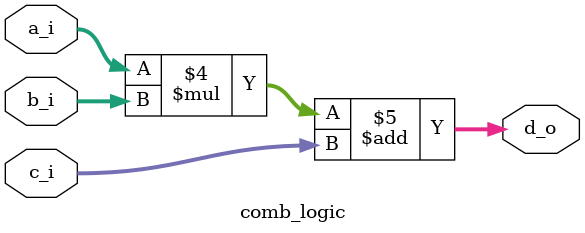
<source format=sv>
`timescale 1ns / 1ps


module comb_logic(
        input logic [7:0] a_i,
        input logic [7:0] b_i,
        input logic [7:0] c_i,
        output logic [15:0] d_o
    );

    function logic [15:0] mul_and_add();
        mul_and_add = a_i * b_i + c_i; // blocking 
    endfunction 

    always_comb
    begin
        d_o = mul_and_add(); 
    end
endmodule

</source>
